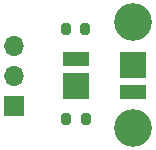
<source format=gbr>
%TF.GenerationSoftware,KiCad,Pcbnew,(6.0.2-0)*%
%TF.CreationDate,2022-08-03T15:23:42+02:00*%
%TF.ProjectId,Amon_led_board,416d6f6e-5f6c-4656-945f-626f6172642e,2*%
%TF.SameCoordinates,Original*%
%TF.FileFunction,Soldermask,Top*%
%TF.FilePolarity,Negative*%
%FSLAX46Y46*%
G04 Gerber Fmt 4.6, Leading zero omitted, Abs format (unit mm)*
G04 Created by KiCad (PCBNEW (6.0.2-0)) date 2022-08-03 15:23:42*
%MOMM*%
%LPD*%
G01*
G04 APERTURE LIST*
G04 Aperture macros list*
%AMRoundRect*
0 Rectangle with rounded corners*
0 $1 Rounding radius*
0 $2 $3 $4 $5 $6 $7 $8 $9 X,Y pos of 4 corners*
0 Add a 4 corners polygon primitive as box body*
4,1,4,$2,$3,$4,$5,$6,$7,$8,$9,$2,$3,0*
0 Add four circle primitives for the rounded corners*
1,1,$1+$1,$2,$3*
1,1,$1+$1,$4,$5*
1,1,$1+$1,$6,$7*
1,1,$1+$1,$8,$9*
0 Add four rect primitives between the rounded corners*
20,1,$1+$1,$2,$3,$4,$5,0*
20,1,$1+$1,$4,$5,$6,$7,0*
20,1,$1+$1,$6,$7,$8,$9,0*
20,1,$1+$1,$8,$9,$2,$3,0*%
G04 Aperture macros list end*
%ADD10R,2.200000X2.200000*%
%ADD11R,2.200000X1.250000*%
%ADD12RoundRect,0.200000X-0.200000X-0.275000X0.200000X-0.275000X0.200000X0.275000X-0.200000X0.275000X0*%
%ADD13R,1.700000X1.700000*%
%ADD14O,1.700000X1.700000*%
%ADD15C,3.200000*%
G04 APERTURE END LIST*
D10*
%TO.C,White*%
X149301200Y-93283200D03*
D11*
X149301200Y-95558200D03*
%TD*%
D10*
%TO.C,Red*%
X144475200Y-95083200D03*
D11*
X144475200Y-92808200D03*
%TD*%
D12*
%TO.C,R2*%
X143650200Y-97891600D03*
X145300200Y-97891600D03*
%TD*%
D13*
%TO.C,J1*%
X139192000Y-96809800D03*
D14*
X139192000Y-94269800D03*
X139192000Y-91729800D03*
%TD*%
D12*
%TO.C,R1*%
X143599400Y-90220800D03*
X145249400Y-90220800D03*
%TD*%
D15*
%TO.C,REF\u002A\u002A*%
X149300000Y-98602800D03*
%TD*%
%TO.C,REF\u002A\u002A*%
X149300000Y-89662000D03*
%TD*%
M02*

</source>
